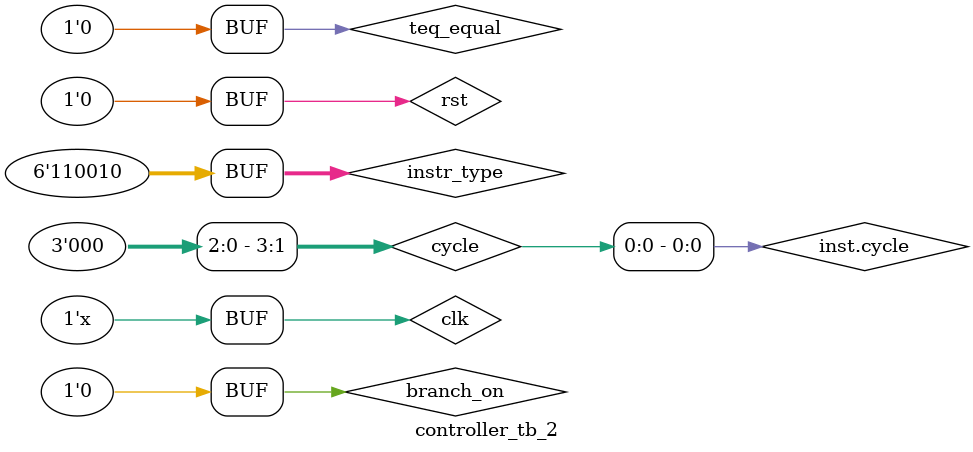
<source format=v>
`timescale 1ns / 1ps


module controller_tb_2;

parameter INST_TYPE_ADD   = 6'd0;
parameter INST_TYPE_ADDU  = 6'd1;
parameter INST_TYPE_SUB   = 6'd2;
parameter INST_TYPE_SUBU  = 6'd3;
parameter INST_TYPE_AND   = 6'd4;
parameter INST_TYPE_OR    = 6'd5;
parameter INST_TYPE_XOR   = 6'd6;
parameter INST_TYPE_NOR   = 6'd7;
parameter INST_TYPE_SLT   = 6'd8;
parameter INST_TYPE_SLTU  = 6'd9;
parameter INST_TYPE_SLL   = 6'd10;
parameter INST_TYPE_SRL   = 6'd11;
parameter INST_TYPE_SRA   = 6'd12;
parameter INST_TYPE_SLLV  = 6'd13;
parameter INST_TYPE_SRLV  = 6'd14;
parameter INST_TYPE_SRAV  = 6'd15;
parameter INST_TYPE_JR    = 6'd16;
parameter INST_TYPE_ADDI  = 6'd17;
parameter INST_TYPE_ADDIU = 6'd18;
parameter INST_TYPE_ANDI  = 6'd19;
parameter INST_TYPE_ORI   = 6'd20;
parameter INST_TYPE_XORI  = 6'd21;
parameter INST_TYPE_LW    = 6'd22;
parameter INST_TYPE_SW    = 6'd23;
parameter INST_TYPE_BEQ   = 6'd24;
parameter INST_TYPE_BNE   = 6'd25;
parameter INST_TYPE_SLTI  = 6'd26;
parameter INST_TYPE_SLTIU = 6'd27;
parameter INST_TYPE_LUI   = 6'd28;
parameter INST_TYPE_J     = 6'd29;
parameter INST_TYPE_JAL   = 6'd30;
parameter INST_TYPE_JALR  = 6'd31;
parameter INST_TYPE_MULT  = 6'd32;
parameter INST_TYPE_MULTU = 6'd33;
parameter INST_TYPE_DIV   = 6'd34;
parameter INST_TYPE_DIVU  = 6'd35;
parameter INST_TYPE_MFLO  = 6'd36;
parameter INST_TYPE_MFHI  = 6'd37;
parameter INST_TYPE_MTLO  = 6'd38;
parameter INST_TYPE_MTHI  = 6'd39;
parameter INST_TYPE_TEQ   = 6'd40;
parameter INST_TYPE_BREAK = 6'd41;
parameter INST_TYPE_ERET  = 6'd42;
parameter INST_TYPE_SYSCALL = 6'd43;
parameter INST_TYPE_LB    = 6'd44;
parameter INST_TYPE_LBU   = 6'd45;
parameter INST_TYPE_LH    = 6'd46;
parameter INST_TYPE_LHU   = 6'd47;
parameter INST_TYPE_SB    = 6'd48;
parameter INST_TYPE_SH    = 6'd49;
parameter INST_TYPE_BGEZ  = 6'd50;
parameter INST_TYPE_MFC0  = 6'd51;
parameter INST_TYPE_MTC0  = 6'd52;
parameter INST_TYPE_CLZ   = 6'd53;
parameter INST_TYPE_UNKNOWN = 6'd54;

reg clk;
reg rst;
reg [5:0]instr_type;
reg branch_on;
wire clz_busy;
wire clz_start;
reg teq_equal;


wire IM_R;
wire PC_out;
wire PC_in;
wire M_R;
wire M_W;
wire DRw_out;
wire DRw_in;
wire DRr_out;
wire DRr_in;
wire Z_out;
wire Z_in;
wire IR_out;
wire IR_in;
wire GR_in;
wire GR_R1_out;
wire GR_R2_out;
wire LO_in;
wire LO_out;
wire HI_in;
wire HI_out;
wire CP0_Rd_in;
wire CP0_Rd_out;
wire t_status_in;
wire t_status_out;
wire mult_start;
wire multu_start;
wire mult_signed;
wire div_start;
wire div_signed;
wire busy;
wire mask_update;
wire next_update_pc;
wire next_update_ir;
wire [2:0] MUX_GR_W_DATA;

wire [2:0] MUXT_ALU_A;
wire [2:0] MUXT_ALU_B;

wire [3:0] alu_code;
wire [2:0] MUXT_PC_W_DATA;

controller inst(
    .MUX_GR_W_ADDR_31(MUX_GR_W_ADDR_31),
    .MUX_GR_W_ADDR_RD(MUX_GR_W_ADDR_RD),
    .MUX_GR_W_ADDR_RT(MUX_GR_W_ADDR_RT),
    .MUX_GR_W_DATA(MUX_GR_W_DATA),
    .clk(clk),
    .rst(rst),
    .alu_code_t(4'b1111),
    .alu_code(alu_code),
    .mask_update(mask_update),
    .next_update_pc(next_update_pc),
    .next_update_ir(next_update_ir),
    .instr_type(instr_type),
    .branch_on(branch_on),
    .teq_equal(teq_equal),
    .div_busy(busy),
    .IM_R(IM_R),
    .PC_out(PC_out),
    .PC_in(PC_in),
    .M_R(M_R),
    .M_W(M_W),
    .DRw_out(DRw_out),
    .DRw_in(DRw_in),
    .DRr_out(DRr_out),
    .DRr_in(DRr_in),
    .Z_out(Z_out),
    .Z_in(Z_in),
    .IR_out(IR_out),
    .IR_in(IR_in),
    .GR_in(GR_in),
    .GR_R1_out(GR_R1_out),
    .GR_R2_out(GR_R2_out),
    .LO_in(LO_in),
    .LO_out(LO_out),
    .HI_in(HI_in),
    .HI_out(HI_out),
    .CP0_Rd_in(CP0_Rd_in),
    .CP0_Rd_out(CP0_Rd_out),
    .t_status_in(t_status_in),
    .t_status_out(t_status_out),
    .mult_start(mult_start),
    .mult_signed(mult_signed),
    .div_start(div_start),
    .div_signed(div_signed),
    .clz_busy(clz_busy),
    .clz_start(clz_start),

    .MUXT_CP0_W_EPC(MUXT_CP0_W_EPC),
    .MUXT_CP0_W_STATUS(MUXT_CP0_W_STATUS),
    .MUXT_CP0_W_CAUSE(MUXT_CP0_W_CAUSE),

    .MUXT_ALU_A(MUXT_ALU_A),
    .MUXT_ALU_B(MUXT_ALU_B),

    .MUXT_PC_W_DATA(MUXT_PC_W_DATA)
    );

    always #5 clk = ~clk;

    // wire [3:0] T_state = inst.cycle + 4'b1;
    wire [3:0] cycle   = inst.cycle;

    initial begin
        clk = 0;
        rst = 1;
        branch_on = 0;
        teq_equal = 0;

        #13;
        rst = 0; //reset
        #2;
        // beq
        instr_type = INST_TYPE_BEQ;
        #40;

        // bne
        instr_type = INST_TYPE_BNE;
        #40

        // bgez
        instr_type = INST_TYPE_BGEZ;
        #40

        // beq 2
        instr_type = INST_TYPE_BEQ;
        #20;
        branch_on = 1; // on T3 start
        #20;
        branch_on = 0;
        #20;

        // bne 2
        instr_type = INST_TYPE_BNE;
        #20;
        branch_on = 1; // on T3 start
        #20;
        branch_on = 0;
        #20;

        // bgez 2
        instr_type = INST_TYPE_BGEZ;
        #20;
        branch_on = 1; // on T3 start
        #20;
        branch_on = 0;
        #20;

        

    end



endmodule

</source>
